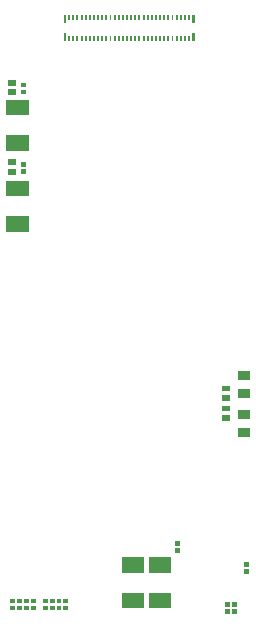
<source format=gbr>
G04 start of page 15 for group -4015 idx -4015 *
G04 Title: (unknown), toppaste *
G04 Creator: pcb 4.2.0 *
G04 CreationDate: Tue Jul 14 02:55:31 2020 UTC *
G04 For: commonadmin *
G04 Format: Gerber/RS-274X *
G04 PCB-Dimensions (mil): 24000.00 18000.00 *
G04 PCB-Coordinate-Origin: lower left *
%MOIN*%
%FSLAX25Y25*%
%LNTOPPASTE*%
%ADD278C,0.0001*%
G54D278*G36*
X632106Y528681D02*X631280D01*
Y525925D01*
X632106D01*
Y528681D01*
G37*
G36*
Y534705D02*X631280D01*
Y531949D01*
X632106D01*
Y534705D01*
G37*
G36*
X589232Y528681D02*X588406D01*
Y525925D01*
X589232D01*
Y528681D01*
G37*
G36*
Y534705D02*X588406D01*
Y531949D01*
X589232D01*
Y534705D01*
G37*
G36*
X630551Y527677D02*X629921D01*
Y525866D01*
X630551D01*
Y527677D01*
G37*
G36*
X629173D02*X628543D01*
Y525866D01*
X629173D01*
Y527677D01*
G37*
G36*
X627795D02*X627165D01*
Y525866D01*
X627795D01*
Y527677D01*
G37*
G36*
X626417D02*X625787D01*
Y525866D01*
X626417D01*
Y527677D01*
G37*
G36*
X625039D02*X624409D01*
Y525866D01*
X625039D01*
Y527677D01*
G37*
G36*
X623661D02*X623031D01*
Y525866D01*
X623661D01*
Y527677D01*
G37*
G36*
X622283D02*X621654D01*
Y525866D01*
X622283D01*
Y527677D01*
G37*
G36*
X620906D02*X620276D01*
Y525866D01*
X620906D01*
Y527677D01*
G37*
G36*
X619528D02*X618898D01*
Y525866D01*
X619528D01*
Y527677D01*
G37*
G36*
X618150D02*X617520D01*
Y525866D01*
X618150D01*
Y527677D01*
G37*
G36*
X616772D02*X616142D01*
Y525866D01*
X616772D01*
Y527677D01*
G37*
G36*
X615394D02*X614764D01*
Y525866D01*
X615394D01*
Y527677D01*
G37*
G36*
X614016D02*X613386D01*
Y525866D01*
X614016D01*
Y527677D01*
G37*
G36*
X612638D02*X612008D01*
Y525866D01*
X612638D01*
Y527677D01*
G37*
G36*
X611260D02*X610630D01*
Y525866D01*
X611260D01*
Y527677D01*
G37*
G36*
X609882D02*X609252D01*
Y525866D01*
X609882D01*
Y527677D01*
G37*
G36*
X608504D02*X607874D01*
Y525866D01*
X608504D01*
Y527677D01*
G37*
G36*
X607126D02*X606496D01*
Y525866D01*
X607126D01*
Y527677D01*
G37*
G36*
X605748D02*X605118D01*
Y525866D01*
X605748D01*
Y527677D01*
G37*
G36*
X604370D02*X603740D01*
Y525866D01*
X604370D01*
Y527677D01*
G37*
G36*
X602992D02*X602362D01*
Y525866D01*
X602992D01*
Y527677D01*
G37*
G36*
X601614D02*X600984D01*
Y525866D01*
X601614D01*
Y527677D01*
G37*
G36*
X600236D02*X599606D01*
Y525866D01*
X600236D01*
Y527677D01*
G37*
G36*
X598858D02*X598228D01*
Y525866D01*
X598858D01*
Y527677D01*
G37*
G36*
X597480D02*X596850D01*
Y525866D01*
X597480D01*
Y527677D01*
G37*
G36*
X596102D02*X595472D01*
Y525866D01*
X596102D01*
Y527677D01*
G37*
G36*
X594724D02*X594094D01*
Y525866D01*
X594724D01*
Y527677D01*
G37*
G36*
X593346D02*X592717D01*
Y525866D01*
X593346D01*
Y527677D01*
G37*
G36*
X591969D02*X591339D01*
Y525866D01*
X591969D01*
Y527677D01*
G37*
G36*
X590591D02*X589961D01*
Y525866D01*
X590591D01*
Y527677D01*
G37*
G36*
X630551Y534764D02*X629921D01*
Y532953D01*
X630551D01*
Y534764D01*
G37*
G36*
X629173D02*X628543D01*
Y532953D01*
X629173D01*
Y534764D01*
G37*
G36*
X627795D02*X627165D01*
Y532953D01*
X627795D01*
Y534764D01*
G37*
G36*
X626417D02*X625787D01*
Y532953D01*
X626417D01*
Y534764D01*
G37*
G36*
X625039D02*X624409D01*
Y532953D01*
X625039D01*
Y534764D01*
G37*
G36*
X623661D02*X623031D01*
Y532953D01*
X623661D01*
Y534764D01*
G37*
G36*
X622283D02*X621654D01*
Y532953D01*
X622283D01*
Y534764D01*
G37*
G36*
X620906D02*X620276D01*
Y532953D01*
X620906D01*
Y534764D01*
G37*
G36*
X619528D02*X618898D01*
Y532953D01*
X619528D01*
Y534764D01*
G37*
G36*
X618150D02*X617520D01*
Y532953D01*
X618150D01*
Y534764D01*
G37*
G36*
X616772D02*X616142D01*
Y532953D01*
X616772D01*
Y534764D01*
G37*
G36*
X615394D02*X614764D01*
Y532953D01*
X615394D01*
Y534764D01*
G37*
G36*
X614016D02*X613386D01*
Y532953D01*
X614016D01*
Y534764D01*
G37*
G36*
X612638D02*X612008D01*
Y532953D01*
X612638D01*
Y534764D01*
G37*
G36*
X611260D02*X610630D01*
Y532953D01*
X611260D01*
Y534764D01*
G37*
G36*
X609882D02*X609252D01*
Y532953D01*
X609882D01*
Y534764D01*
G37*
G36*
X608504D02*X607874D01*
Y532953D01*
X608504D01*
Y534764D01*
G37*
G36*
X607126D02*X606496D01*
Y532953D01*
X607126D01*
Y534764D01*
G37*
G36*
X605748D02*X605118D01*
Y532953D01*
X605748D01*
Y534764D01*
G37*
G36*
X604370D02*X603740D01*
Y532953D01*
X604370D01*
Y534764D01*
G37*
G36*
X602992D02*X602362D01*
Y532953D01*
X602992D01*
Y534764D01*
G37*
G36*
X601614D02*X600984D01*
Y532953D01*
X601614D01*
Y534764D01*
G37*
G36*
X600236D02*X599606D01*
Y532953D01*
X600236D01*
Y534764D01*
G37*
G36*
X598858D02*X598228D01*
Y532953D01*
X598858D01*
Y534764D01*
G37*
G36*
X597480D02*X596850D01*
Y532953D01*
X597480D01*
Y534764D01*
G37*
G36*
X596102D02*X595472D01*
Y532953D01*
X596102D01*
Y534764D01*
G37*
G36*
X594724D02*X594094D01*
Y532953D01*
X594724D01*
Y534764D01*
G37*
G36*
X593346D02*X592717D01*
Y532953D01*
X593346D01*
Y534764D01*
G37*
G36*
X591969D02*X591339D01*
Y532953D01*
X591969D01*
Y534764D01*
G37*
G36*
X590591D02*X589961D01*
Y532953D01*
X590591D01*
Y534764D01*
G37*
G36*
X648713Y349925D02*Y348351D01*
X650287D01*
Y349925D01*
X648713D01*
G37*
G36*
Y352287D02*Y350713D01*
X650287D01*
Y352287D01*
X648713D01*
G37*
G36*
X625713Y359287D02*Y357713D01*
X627287D01*
Y359287D01*
X625713D01*
G37*
G36*
Y356925D02*Y355351D01*
X627287D01*
Y356925D01*
X625713D01*
G37*
G36*
X616760Y342059D02*Y336941D01*
X624240D01*
Y342059D01*
X616760D01*
G37*
G36*
Y353869D02*Y348751D01*
X624240D01*
Y353869D01*
X616760D01*
G37*
G36*
X607760Y342059D02*Y336941D01*
X615240D01*
Y342059D01*
X607760D01*
G37*
G36*
Y353869D02*Y348751D01*
X615240D01*
Y353869D01*
X607760D01*
G37*
G36*
X574378Y509747D02*Y508173D01*
X575952D01*
Y509747D01*
X574378D01*
G37*
G36*
Y512109D02*Y510535D01*
X575952D01*
Y512109D01*
X574378D01*
G37*
G36*
X569788Y513093D02*Y511125D01*
X572542D01*
Y513093D01*
X569788D01*
G37*
G36*
Y509945D02*Y507977D01*
X572542D01*
Y509945D01*
X569788D01*
G37*
G36*
X569260Y494559D02*Y489441D01*
X576740D01*
Y494559D01*
X569260D01*
G37*
G36*
Y506369D02*Y501251D01*
X576740D01*
Y506369D01*
X569260D01*
G37*
G36*
X574378Y483196D02*Y481622D01*
X575952D01*
Y483196D01*
X574378D01*
G37*
G36*
Y485558D02*Y483984D01*
X575952D01*
Y485558D01*
X574378D01*
G37*
G36*
X569260Y467559D02*Y462441D01*
X576740D01*
Y467559D01*
X569260D01*
G37*
G36*
Y479369D02*Y474251D01*
X576740D01*
Y479369D01*
X569260D01*
G37*
G36*
X569788Y486541D02*Y484573D01*
X572542D01*
Y486541D01*
X569788D01*
G37*
G36*
Y483393D02*Y481425D01*
X572542D01*
Y483393D01*
X569788D01*
G37*
G36*
X577613Y337787D02*Y336213D01*
X579187D01*
Y337787D01*
X577613D01*
G37*
G36*
Y340149D02*Y338575D01*
X579187D01*
Y340149D01*
X577613D01*
G37*
G36*
X575313Y337787D02*Y336213D01*
X576887D01*
Y337787D01*
X575313D01*
G37*
G36*
Y340149D02*Y338575D01*
X576887D01*
Y340149D01*
X575313D01*
G37*
G36*
X573013Y337787D02*Y336213D01*
X574587D01*
Y337787D01*
X573013D01*
G37*
G36*
Y340149D02*Y338575D01*
X574587D01*
Y340149D01*
X573013D01*
G37*
G36*
X570713Y337787D02*Y336213D01*
X572287D01*
Y337787D01*
X570713D01*
G37*
G36*
Y340149D02*Y338575D01*
X572287D01*
Y340149D01*
X570713D01*
G37*
G36*
X583913Y337787D02*Y336213D01*
X585487D01*
Y337787D01*
X583913D01*
G37*
G36*
Y340149D02*Y338575D01*
X585487D01*
Y340149D01*
X583913D01*
G37*
G36*
X581713Y337787D02*Y336213D01*
X583287D01*
Y337787D01*
X581713D01*
G37*
G36*
Y340149D02*Y338575D01*
X583287D01*
Y340149D01*
X581713D01*
G37*
G36*
X588313Y337787D02*Y336213D01*
X589887D01*
Y337787D01*
X588313D01*
G37*
G36*
Y340149D02*Y338575D01*
X589887D01*
Y340149D01*
X588313D01*
G37*
G36*
X586113Y337787D02*Y336213D01*
X587687D01*
Y337787D01*
X586113D01*
G37*
G36*
Y340149D02*Y338575D01*
X587687D01*
Y340149D01*
X586113D01*
G37*
G36*
X641123Y404484D02*Y402516D01*
X643877D01*
Y404484D01*
X641123D01*
G37*
G36*
Y401336D02*Y399368D01*
X643877D01*
Y401336D01*
X641123D01*
G37*
G36*
Y411132D02*Y409164D01*
X643877D01*
Y411132D01*
X641123D01*
G37*
G36*
Y407984D02*Y406016D01*
X643877D01*
Y407984D01*
X641123D01*
G37*
G36*
X646500Y403000D02*Y400000D01*
X650500D01*
Y403000D01*
X646500D01*
G37*
G36*
Y397000D02*Y394000D01*
X650500D01*
Y397000D01*
X646500D01*
G37*
G36*
Y416000D02*Y413000D01*
X650500D01*
Y416000D01*
X646500D01*
G37*
G36*
Y410000D02*Y407000D01*
X650500D01*
Y410000D01*
X646500D01*
G37*
G36*
X642213Y336563D02*Y334989D01*
X643787D01*
Y336563D01*
X642213D01*
G37*
G36*
Y338925D02*Y337351D01*
X643787D01*
Y338925D01*
X642213D01*
G37*
G36*
X644713Y336563D02*Y334989D01*
X646287D01*
Y336563D01*
X644713D01*
G37*
G36*
Y338925D02*Y337351D01*
X646287D01*
Y338925D01*
X644713D01*
G37*
M02*

</source>
